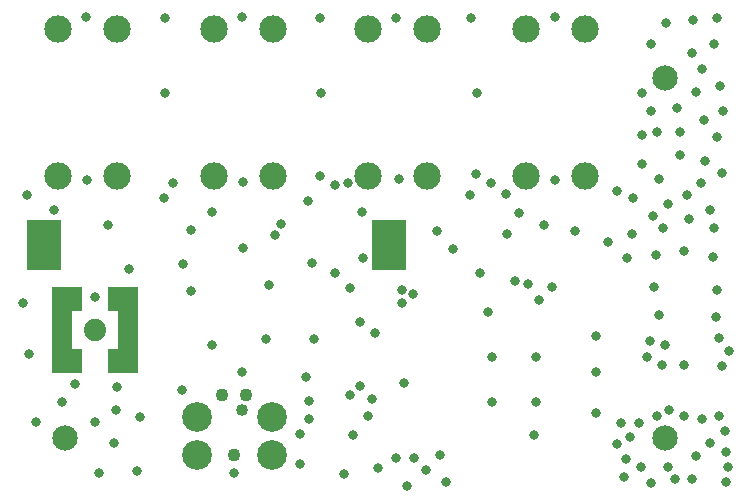
<source format=gbs>
G75*
G70*
%OFA0B0*%
%FSLAX24Y24*%
%IPPOS*%
%LPD*%
%AMOC8*
5,1,8,0,0,1.08239X$1,22.5*
%
%ADD10C,0.0847*%
%ADD11R,0.1160X0.1660*%
%ADD12C,0.0910*%
%ADD13C,0.0434*%
%ADD14C,0.0995*%
%ADD15C,0.0741*%
%ADD16R,0.0985X0.0808*%
%ADD17R,0.0651X0.1399*%
%ADD18C,0.0330*%
%ADD19C,0.0400*%
D10*
X002000Y002000D03*
X022000Y002000D03*
X022000Y014000D03*
D11*
X012810Y008440D03*
X001310Y008440D03*
D12*
X001776Y010729D03*
X003744Y010729D03*
X006976Y010729D03*
X008944Y010729D03*
X012126Y010729D03*
X014094Y010729D03*
X017376Y010729D03*
X019344Y010729D03*
X019344Y015651D03*
X017376Y015651D03*
X014094Y015651D03*
X012126Y015651D03*
X008944Y015651D03*
X006976Y015651D03*
X003744Y015651D03*
X001776Y015651D03*
D13*
X007260Y003440D03*
X008060Y003440D03*
X007660Y001440D03*
D14*
X006410Y001440D03*
X006410Y002690D03*
X008910Y002690D03*
X008910Y001440D03*
D15*
X003000Y005600D03*
D16*
X002065Y004576D03*
X003935Y004576D03*
X003935Y006624D03*
X002065Y006624D03*
D17*
X001898Y005600D03*
X004102Y005600D03*
D18*
X003160Y000840D03*
X004410Y000890D03*
X003660Y001840D03*
X003010Y002540D03*
X003710Y002940D03*
X004510Y002690D03*
X003760Y003690D03*
X004010Y004490D03*
X005910Y003590D03*
X007910Y004190D03*
X006910Y005090D03*
X008710Y005290D03*
X010310Y005290D03*
X011840Y005870D03*
X012360Y005490D03*
X013250Y006500D03*
X013600Y006800D03*
X013250Y006950D03*
X011960Y007990D03*
X011010Y007490D03*
X011510Y006990D03*
X010260Y007840D03*
X008810Y007090D03*
X007960Y008320D03*
X009020Y008780D03*
X009210Y009140D03*
X010100Y009900D03*
X011010Y010440D03*
X011460Y010490D03*
X010510Y010740D03*
X011910Y009540D03*
X013160Y010640D03*
X015500Y010100D03*
X016200Y010500D03*
X015710Y010790D03*
X016710Y010140D03*
X017160Y009490D03*
X017990Y009090D03*
X019010Y008890D03*
X020110Y008540D03*
X020910Y008790D03*
X021960Y008990D03*
X021610Y009390D03*
X022110Y009790D03*
X022760Y010090D03*
X023210Y010490D03*
X023910Y010840D03*
X023360Y011240D03*
X022510Y011440D03*
X021260Y011140D03*
X021810Y010640D03*
X020960Y009990D03*
X020410Y010240D03*
X018360Y010590D03*
X021260Y012090D03*
X021760Y012190D03*
X022510Y012190D03*
X023310Y012590D03*
X023760Y012040D03*
X023960Y012890D03*
X023060Y013540D03*
X023860Y013740D03*
X023260Y014290D03*
X022910Y014840D03*
X023660Y015140D03*
X022960Y015940D03*
X023760Y015990D03*
X022060Y015840D03*
X021560Y015140D03*
X021260Y013490D03*
X021560Y012890D03*
X022410Y012990D03*
X018360Y016040D03*
X015560Y015990D03*
X013060Y015990D03*
X010510Y015990D03*
X007910Y016040D03*
X005360Y015990D03*
X002710Y016040D03*
X005360Y013490D03*
X010560Y013490D03*
X015760Y013490D03*
X007960Y010540D03*
X006910Y009540D03*
X006210Y008940D03*
X005300Y010000D03*
X005610Y010490D03*
X003460Y009090D03*
X001660Y009590D03*
X000760Y010090D03*
X002760Y010590D03*
X001310Y008440D03*
X004160Y007640D03*
X005960Y007790D03*
X006210Y006890D03*
X004110Y006690D03*
X003010Y006690D03*
X001960Y006690D03*
X000610Y006490D03*
X001960Y005540D03*
X000810Y004790D03*
X001960Y004540D03*
X002360Y003790D03*
X001910Y003190D03*
X001060Y002540D03*
X004110Y005540D03*
X010060Y004040D03*
X011510Y003440D03*
X011840Y003750D03*
X012260Y003290D03*
X012110Y002740D03*
X011600Y002100D03*
X010140Y002640D03*
X009860Y002140D03*
X009860Y001140D03*
X011310Y000790D03*
X012460Y000990D03*
X013060Y001340D03*
X013660Y001340D03*
X014060Y000940D03*
X014710Y000540D03*
X013420Y000400D03*
X014510Y001440D03*
X016260Y003190D03*
X017710Y003190D03*
X017660Y002090D03*
X019710Y002840D03*
X020560Y002490D03*
X021160Y002490D03*
X020860Y002040D03*
X020410Y001790D03*
X020710Y001290D03*
X021210Y001040D03*
X020660Y000690D03*
X021560Y000490D03*
X022360Y000640D03*
X022910Y000640D03*
X022110Y001040D03*
X023060Y001390D03*
X023510Y001840D03*
X024060Y001540D03*
X024110Y001040D03*
X024060Y000540D03*
X024010Y002240D03*
X023810Y002740D03*
X023260Y002640D03*
X022660Y002740D03*
X022160Y002940D03*
X021760Y002740D03*
X019710Y004190D03*
X021410Y004690D03*
X021910Y004440D03*
X022660Y004440D03*
X022010Y005090D03*
X021510Y005240D03*
X021810Y006090D03*
X021660Y007040D03*
X021710Y008090D03*
X022660Y008240D03*
X023610Y008040D03*
X023660Y008990D03*
X023510Y009590D03*
X022810Y009290D03*
X020760Y007990D03*
X018260Y007040D03*
X017800Y006600D03*
X017450Y007150D03*
X017010Y007240D03*
X015860Y007490D03*
X014960Y008290D03*
X014410Y008890D03*
X016760Y008790D03*
X016120Y006190D03*
X016260Y004690D03*
X017710Y004690D03*
X019710Y005390D03*
X023710Y006040D03*
X023810Y005340D03*
X024160Y004890D03*
X023910Y004390D03*
X023760Y006940D03*
X013310Y003840D03*
X010140Y003220D03*
X007660Y000840D03*
D19*
X007910Y002940D03*
M02*

</source>
